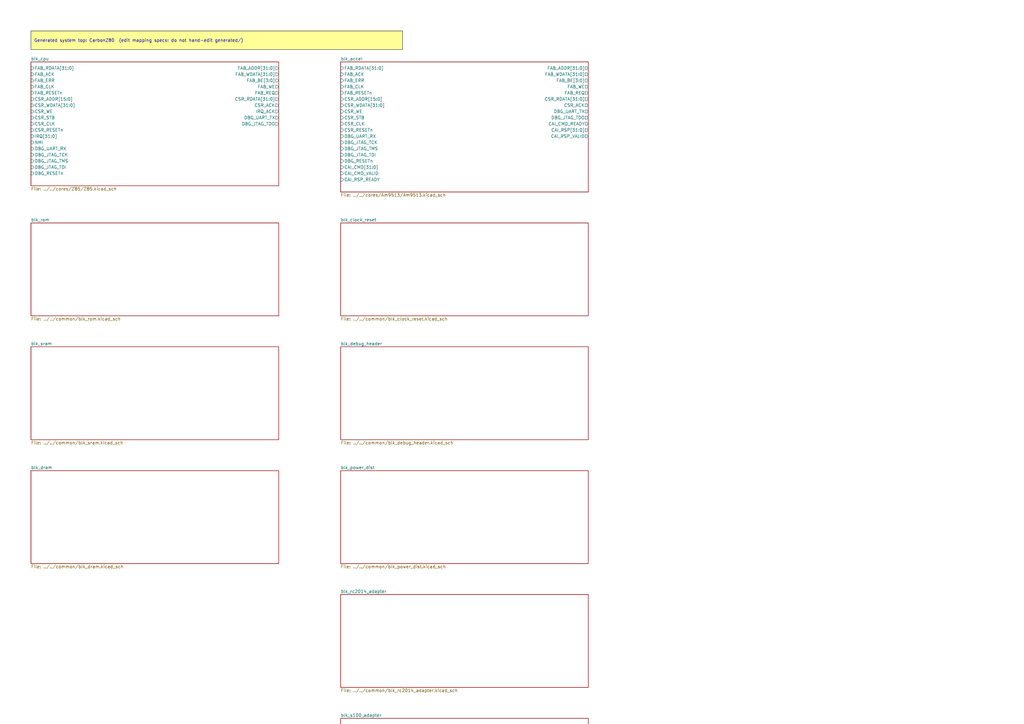
<source format=kicad_sch>
(kicad_sch
	(version 20250114)
	(generator "kicadgen")
	(generator_version "0.1")
	(uuid "7d80b3b1-e3f9-5046-9572-5f28809e9493")
	(paper "A3")
	(title_block
		(title "CarbonZ80 (generated)")
		(company "Project Carbon")
		(comment 1 "Generated - do not edit in generated/")
		(comment 2 "Edit in schem/kicad9/manual/ or refine mapping specs")
	)
	(lib_symbols)
	(text_box
		"Generated system top: CarbonZ80  (edit mapping specs; do not hand-edit generated/)"
		(exclude_from_sim no)
		(at
			12.7
			12.7
			0
		)
		(size 152.4 7.62)
		(margins
			1.27
			1.27
			1.27
			1.27
		)
		(stroke
			(width 0)
			(type default)
			(color
				0
				0
				0
				1
			)
		)
		(fill
			(type color)
			(color
				255
				255
				150
				1
			)
		)
		(effects
			(font
				(size 1.27 1.27)
			)
			(justify left)
		)
		(uuid "8a4b447f-3b58-53b9-8a56-42f8107f7c3f")
	)
	(sheet
		(at 12.7 25.4)
		(size 101.6 50.8)
		(exclude_from_sim no)
		(in_bom yes)
		(on_board yes)
		(dnp no)
		(stroke
			(width 0)
			(type solid)
		)
		(fill
			(color
				0
				0
				0
				0
			)
		)
		(uuid "b4023434-2f37-5ee5-9270-e9bc80b59fa9")
		(property
			"Sheetname"
			"blk_cpu"
			(at
				12.7
				24.13
				0
			)
			(effects
				(font
					(size 1.27 1.27)
				)
				(justify left)
			)
		)
		(property
			"Sheetfile"
			"../../cores/Z85/Z85.kicad_sch"
			(at
				12.7
				77.47
				0
			)
			(effects
				(font
					(size 1.27 1.27)
				)
				(justify left)
			)
		)
		(pin
			"FAB_RDATA[31:0]"
			input
			(at
				12.7
				27.94
				180
			)
			(uuid "4c2792e8-4048-5b8a-adaf-0e66e5b11c56")
			(effects
				(font
					(size 1.27 1.27)
				)
				(justify left)
			)
		)
		(pin
			"FAB_ACK"
			input
			(at
				12.7
				30.48
				180
			)
			(uuid "536eefd2-3f37-527c-84f6-24380604ba8a")
			(effects
				(font
					(size 1.27 1.27)
				)
				(justify left)
			)
		)
		(pin
			"FAB_ERR"
			input
			(at
				12.7
				33.02
				180
			)
			(uuid "539dcfab-015a-57e2-99d0-183047383dda")
			(effects
				(font
					(size 1.27 1.27)
				)
				(justify left)
			)
		)
		(pin
			"FAB_CLK"
			input
			(at
				12.7
				35.56
				180
			)
			(uuid "2c4e5108-5eb0-5320-8478-ea890572dd8f")
			(effects
				(font
					(size 1.27 1.27)
				)
				(justify left)
			)
		)
		(pin
			"FAB_RESETn"
			input
			(at
				12.7
				38.1
				180
			)
			(uuid "8f9bee0e-01fe-5113-aaa1-5082c804f1b6")
			(effects
				(font
					(size 1.27 1.27)
				)
				(justify left)
			)
		)
		(pin
			"CSR_ADDR[15:0]"
			input
			(at
				12.7
				40.64
				180
			)
			(uuid "8a01f8a5-cc8b-5da0-8687-66fff3153896")
			(effects
				(font
					(size 1.27 1.27)
				)
				(justify left)
			)
		)
		(pin
			"CSR_WDATA[31:0]"
			input
			(at
				12.7
				43.18
				180
			)
			(uuid "f2cac841-f766-52a3-83f9-06b40b4095d8")
			(effects
				(font
					(size 1.27 1.27)
				)
				(justify left)
			)
		)
		(pin
			"CSR_WE"
			input
			(at
				12.7
				45.72
				180
			)
			(uuid "8717fb1f-ed48-51f0-b981-f619f0f1bd03")
			(effects
				(font
					(size 1.27 1.27)
				)
				(justify left)
			)
		)
		(pin
			"CSR_STB"
			input
			(at
				12.7
				48.26
				180
			)
			(uuid "657e4506-fcec-5e6c-b536-3e2da49d2359")
			(effects
				(font
					(size 1.27 1.27)
				)
				(justify left)
			)
		)
		(pin
			"CSR_CLK"
			input
			(at
				12.7
				50.8
				180
			)
			(uuid "9431531e-56e0-5f2d-b4c8-c686271def37")
			(effects
				(font
					(size 1.27 1.27)
				)
				(justify left)
			)
		)
		(pin
			"CSR_RESETn"
			input
			(at
				12.7
				53.34
				180
			)
			(uuid "86e5fe7e-199e-5623-ade2-7a3c99ff0759")
			(effects
				(font
					(size 1.27 1.27)
				)
				(justify left)
			)
		)
		(pin
			"IRQ[31:0]"
			input
			(at
				12.7
				55.88
				180
			)
			(uuid "cd1804b8-2a2d-5815-abe9-87efa772eeac")
			(effects
				(font
					(size 1.27 1.27)
				)
				(justify left)
			)
		)
		(pin
			"NMI"
			input
			(at
				12.7
				58.42
				180
			)
			(uuid "ccf5f11e-2c6d-519b-ac07-b400a0a32778")
			(effects
				(font
					(size 1.27 1.27)
				)
				(justify left)
			)
		)
		(pin
			"DBG_UART_RX"
			input
			(at
				12.7
				60.96
				180
			)
			(uuid "3ec5b543-b58c-589a-b556-b365406ff19e")
			(effects
				(font
					(size 1.27 1.27)
				)
				(justify left)
			)
		)
		(pin
			"DBG_JTAG_TCK"
			input
			(at
				12.7
				63.5
				180
			)
			(uuid "00126e7c-8c46-5569-8dc6-7ac6f32ffd17")
			(effects
				(font
					(size 1.27 1.27)
				)
				(justify left)
			)
		)
		(pin
			"DBG_JTAG_TMS"
			input
			(at
				12.7
				66.04
				180
			)
			(uuid "8b5eddf2-11e2-5888-bddc-3a6779138f4a")
			(effects
				(font
					(size 1.27 1.27)
				)
				(justify left)
			)
		)
		(pin
			"DBG_JTAG_TDI"
			input
			(at
				12.7
				68.58
				180
			)
			(uuid "47b3df1a-2ef9-55ca-8da4-8c3d8d9e6973")
			(effects
				(font
					(size 1.27 1.27)
				)
				(justify left)
			)
		)
		(pin
			"DBG_RESETn"
			input
			(at
				12.7
				71.12
				180
			)
			(uuid "03b1c597-d4f6-5c9e-ad20-de9b81db1830")
			(effects
				(font
					(size 1.27 1.27)
				)
				(justify left)
			)
		)
		(pin
			"FAB_ADDR[31:0]"
			output
			(at
				114.3
				27.94
				0
			)
			(uuid "8b58e02a-6cf7-5720-82fa-00c6142ac629")
			(effects
				(font
					(size 1.27 1.27)
				)
				(justify right)
			)
		)
		(pin
			"FAB_WDATA[31:0]"
			output
			(at
				114.3
				30.48
				0
			)
			(uuid "36900fff-49f4-5818-a261-9d4d91f97675")
			(effects
				(font
					(size 1.27 1.27)
				)
				(justify right)
			)
		)
		(pin
			"FAB_BE[3:0]"
			output
			(at
				114.3
				33.02
				0
			)
			(uuid "ad39c7c1-a9b1-51fa-afbc-bf39e8a4de2e")
			(effects
				(font
					(size 1.27 1.27)
				)
				(justify right)
			)
		)
		(pin
			"FAB_WE"
			output
			(at
				114.3
				35.56
				0
			)
			(uuid "e7c6aaf1-546b-506c-b033-0c1570c7a142")
			(effects
				(font
					(size 1.27 1.27)
				)
				(justify right)
			)
		)
		(pin
			"FAB_REQ"
			output
			(at
				114.3
				38.1
				0
			)
			(uuid "094c5176-e4fb-572e-8992-02bba9955ad0")
			(effects
				(font
					(size 1.27 1.27)
				)
				(justify right)
			)
		)
		(pin
			"CSR_RDATA[31:0]"
			output
			(at
				114.3
				40.64
				0
			)
			(uuid "d3c9e54a-b1b1-5e35-ad93-f7ab87b0d7e9")
			(effects
				(font
					(size 1.27 1.27)
				)
				(justify right)
			)
		)
		(pin
			"CSR_ACK"
			output
			(at
				114.3
				43.18
				0
			)
			(uuid "83a20cd3-5486-5988-8c96-c39131c39340")
			(effects
				(font
					(size 1.27 1.27)
				)
				(justify right)
			)
		)
		(pin
			"IRQ_ACK"
			output
			(at
				114.3
				45.72
				0
			)
			(uuid "3922c49d-9653-5357-94de-820dbb81cb00")
			(effects
				(font
					(size 1.27 1.27)
				)
				(justify right)
			)
		)
		(pin
			"DBG_UART_TX"
			output
			(at
				114.3
				48.26
				0
			)
			(uuid "5361abba-598d-53d1-8cda-1531f7b78406")
			(effects
				(font
					(size 1.27 1.27)
				)
				(justify right)
			)
		)
		(pin
			"DBG_JTAG_TDO"
			output
			(at
				114.3
				50.8
				0
			)
			(uuid "58d82f0d-7b4e-5ca5-b99d-38a61ed9bfec")
			(effects
				(font
					(size 1.27 1.27)
				)
				(justify right)
			)
		)
		(instances
			(project
				"system_CarbonZ80"
				(path
					"/7d80b3b1-e3f9-5046-9572-5f28809e9493"
					(page "2")
				)
			)
		)
	)
	(sheet
		(at 139.7 25.4)
		(size 101.6 53.34)
		(exclude_from_sim no)
		(in_bom yes)
		(on_board yes)
		(dnp no)
		(stroke
			(width 0)
			(type solid)
		)
		(fill
			(color
				0
				0
				0
				0
			)
		)
		(uuid "ad76bfda-4756-57d5-b1c7-77f79d931c1a")
		(property
			"Sheetname"
			"blk_accel"
			(at
				139.7
				24.13
				0
			)
			(effects
				(font
					(size 1.27 1.27)
				)
				(justify left)
			)
		)
		(property
			"Sheetfile"
			"../../cores/Am9513/Am9513.kicad_sch"
			(at
				139.7
				80.01
				0
			)
			(effects
				(font
					(size 1.27 1.27)
				)
				(justify left)
			)
		)
		(pin
			"FAB_RDATA[31:0]"
			input
			(at
				139.7
				27.94
				180
			)
			(uuid "c7889ddd-f0ca-5c1c-b8a3-796a2867cfb5")
			(effects
				(font
					(size 1.27 1.27)
				)
				(justify left)
			)
		)
		(pin
			"FAB_ACK"
			input
			(at
				139.7
				30.48
				180
			)
			(uuid "83528130-d9b3-5d53-b7b6-205584397fda")
			(effects
				(font
					(size 1.27 1.27)
				)
				(justify left)
			)
		)
		(pin
			"FAB_ERR"
			input
			(at
				139.7
				33.02
				180
			)
			(uuid "84233c51-3ada-59d2-938e-6f1e675d6c55")
			(effects
				(font
					(size 1.27 1.27)
				)
				(justify left)
			)
		)
		(pin
			"FAB_CLK"
			input
			(at
				139.7
				35.56
				180
			)
			(uuid "c172c6c0-54fb-5eaa-8bf3-3b95c0ca7044")
			(effects
				(font
					(size 1.27 1.27)
				)
				(justify left)
			)
		)
		(pin
			"FAB_RESETn"
			input
			(at
				139.7
				38.1
				180
			)
			(uuid "4fb11c2d-e886-5e5b-a764-beddc12d41bc")
			(effects
				(font
					(size 1.27 1.27)
				)
				(justify left)
			)
		)
		(pin
			"CSR_ADDR[15:0]"
			input
			(at
				139.7
				40.64
				180
			)
			(uuid "0fa002a1-04ca-518d-988f-2598a63b67b2")
			(effects
				(font
					(size 1.27 1.27)
				)
				(justify left)
			)
		)
		(pin
			"CSR_WDATA[31:0]"
			input
			(at
				139.7
				43.18
				180
			)
			(uuid "ca765f3f-8d39-50d9-a990-260fa9073f4b")
			(effects
				(font
					(size 1.27 1.27)
				)
				(justify left)
			)
		)
		(pin
			"CSR_WE"
			input
			(at
				139.7
				45.72
				180
			)
			(uuid "ea60c4af-b57e-583e-b4f3-5fbbb190e90d")
			(effects
				(font
					(size 1.27 1.27)
				)
				(justify left)
			)
		)
		(pin
			"CSR_STB"
			input
			(at
				139.7
				48.26
				180
			)
			(uuid "e33b1d25-127a-5168-96a7-833e9a46d043")
			(effects
				(font
					(size 1.27 1.27)
				)
				(justify left)
			)
		)
		(pin
			"CSR_CLK"
			input
			(at
				139.7
				50.8
				180
			)
			(uuid "8928561f-d61b-5159-a6ce-154d39c3bbda")
			(effects
				(font
					(size 1.27 1.27)
				)
				(justify left)
			)
		)
		(pin
			"CSR_RESETn"
			input
			(at
				139.7
				53.34
				180
			)
			(uuid "359d08f6-1a56-5ca5-8c9e-982692087d43")
			(effects
				(font
					(size 1.27 1.27)
				)
				(justify left)
			)
		)
		(pin
			"DBG_UART_RX"
			input
			(at
				139.7
				55.88
				180
			)
			(uuid "d21272eb-d49b-5d5f-9264-e287368f05c4")
			(effects
				(font
					(size 1.27 1.27)
				)
				(justify left)
			)
		)
		(pin
			"DBG_JTAG_TCK"
			input
			(at
				139.7
				58.42
				180
			)
			(uuid "089a1584-f6b7-5224-9979-5ab257faddcd")
			(effects
				(font
					(size 1.27 1.27)
				)
				(justify left)
			)
		)
		(pin
			"DBG_JTAG_TMS"
			input
			(at
				139.7
				60.96
				180
			)
			(uuid "d6580e1c-0da0-5c84-b4e7-79811293d561")
			(effects
				(font
					(size 1.27 1.27)
				)
				(justify left)
			)
		)
		(pin
			"DBG_JTAG_TDI"
			input
			(at
				139.7
				63.5
				180
			)
			(uuid "a87c6ff5-9a3e-5842-b173-9c0703c9eccc")
			(effects
				(font
					(size 1.27 1.27)
				)
				(justify left)
			)
		)
		(pin
			"DBG_RESETn"
			input
			(at
				139.7
				66.04
				180
			)
			(uuid "df916b9e-0e85-5862-ac48-c2b0720ff440")
			(effects
				(font
					(size 1.27 1.27)
				)
				(justify left)
			)
		)
		(pin
			"CAI_CMD[31:0]"
			input
			(at
				139.7
				68.58
				180
			)
			(uuid "4c0f87ad-404f-5c5b-88bf-fdaf0126c623")
			(effects
				(font
					(size 1.27 1.27)
				)
				(justify left)
			)
		)
		(pin
			"CAI_CMD_VALID"
			input
			(at
				139.7
				71.12
				180
			)
			(uuid "3af8092a-449c-5336-bdb4-eb6c080df960")
			(effects
				(font
					(size 1.27 1.27)
				)
				(justify left)
			)
		)
		(pin
			"CAI_RSP_READY"
			input
			(at
				139.7
				73.66
				180
			)
			(uuid "84f1d8c1-2c81-5118-92fd-f7c41c9931f8")
			(effects
				(font
					(size 1.27 1.27)
				)
				(justify left)
			)
		)
		(pin
			"FAB_ADDR[31:0]"
			output
			(at
				241.3
				27.94
				0
			)
			(uuid "42ee481c-d617-505e-a812-cf0c8e76126a")
			(effects
				(font
					(size 1.27 1.27)
				)
				(justify right)
			)
		)
		(pin
			"FAB_WDATA[31:0]"
			output
			(at
				241.3
				30.48
				0
			)
			(uuid "772ecafc-54c0-5bbb-bc18-3ee084a23ff8")
			(effects
				(font
					(size 1.27 1.27)
				)
				(justify right)
			)
		)
		(pin
			"FAB_BE[3:0]"
			output
			(at
				241.3
				33.02
				0
			)
			(uuid "6294b9fc-b9fe-5c4a-bc13-99d423864704")
			(effects
				(font
					(size 1.27 1.27)
				)
				(justify right)
			)
		)
		(pin
			"FAB_WE"
			output
			(at
				241.3
				35.56
				0
			)
			(uuid "e6254398-0496-580e-b421-7624c939d03f")
			(effects
				(font
					(size 1.27 1.27)
				)
				(justify right)
			)
		)
		(pin
			"FAB_REQ"
			output
			(at
				241.3
				38.1
				0
			)
			(uuid "ed710f7d-987f-5547-b780-dc1b8ded732b")
			(effects
				(font
					(size 1.27 1.27)
				)
				(justify right)
			)
		)
		(pin
			"CSR_RDATA[31:0]"
			output
			(at
				241.3
				40.64
				0
			)
			(uuid "360fa49f-953f-59d4-96bd-748b198e67bd")
			(effects
				(font
					(size 1.27 1.27)
				)
				(justify right)
			)
		)
		(pin
			"CSR_ACK"
			output
			(at
				241.3
				43.18
				0
			)
			(uuid "3f84ff75-022c-5632-8158-96d773a04f5a")
			(effects
				(font
					(size 1.27 1.27)
				)
				(justify right)
			)
		)
		(pin
			"DBG_UART_TX"
			output
			(at
				241.3
				45.72
				0
			)
			(uuid "c6018e16-f997-5306-ad3c-ef3adda27032")
			(effects
				(font
					(size 1.27 1.27)
				)
				(justify right)
			)
		)
		(pin
			"DBG_JTAG_TDO"
			output
			(at
				241.3
				48.26
				0
			)
			(uuid "3d3b618a-8748-5933-9128-57074e0aedc6")
			(effects
				(font
					(size 1.27 1.27)
				)
				(justify right)
			)
		)
		(pin
			"CAI_CMD_READY"
			output
			(at
				241.3
				50.8
				0
			)
			(uuid "c710586a-da67-5425-b10b-ae9d796bb66e")
			(effects
				(font
					(size 1.27 1.27)
				)
				(justify right)
			)
		)
		(pin
			"CAI_RSP[31:0]"
			output
			(at
				241.3
				53.34
				0
			)
			(uuid "e6043440-a9e7-503c-a124-1fed05c211f1")
			(effects
				(font
					(size 1.27 1.27)
				)
				(justify right)
			)
		)
		(pin
			"CAI_RSP_VALID"
			output
			(at
				241.3
				55.88
				0
			)
			(uuid "e08accdf-bf4c-5639-ab0f-6b09da97ba13")
			(effects
				(font
					(size 1.27 1.27)
				)
				(justify right)
			)
		)
		(instances
			(project
				"system_CarbonZ80"
				(path
					"/7d80b3b1-e3f9-5046-9572-5f28809e9493"
					(page "3")
				)
			)
		)
	)
	(sheet
		(at 12.7 91.44)
		(size 101.6 38.1)
		(exclude_from_sim no)
		(in_bom yes)
		(on_board yes)
		(dnp no)
		(stroke
			(width 0)
			(type solid)
		)
		(fill
			(color
				0
				0
				0
				0
			)
		)
		(uuid "a1d5ad2c-33aa-55eb-bbdd-5937a54f6274")
		(property
			"Sheetname"
			"blk_rom"
			(at
				12.7
				90.17
				0
			)
			(effects
				(font
					(size 1.27 1.27)
				)
				(justify left)
			)
		)
		(property
			"Sheetfile"
			"../../common/blk_rom.kicad_sch"
			(at
				12.7
				130.81
				0
			)
			(effects
				(font
					(size 1.27 1.27)
				)
				(justify left)
			)
		)
		(instances
			(project
				"system_CarbonZ80"
				(path
					"/7d80b3b1-e3f9-5046-9572-5f28809e9493"
					(page "4")
				)
			)
		)
	)
	(sheet
		(at 12.7 142.24)
		(size 101.6 38.1)
		(exclude_from_sim no)
		(in_bom yes)
		(on_board yes)
		(dnp no)
		(stroke
			(width 0)
			(type solid)
		)
		(fill
			(color
				0
				0
				0
				0
			)
		)
		(uuid "6c4097a6-bc44-57ec-ae11-c7ee8d23186b")
		(property
			"Sheetname"
			"blk_sram"
			(at
				12.7
				140.97
				0
			)
			(effects
				(font
					(size 1.27 1.27)
				)
				(justify left)
			)
		)
		(property
			"Sheetfile"
			"../../common/blk_sram.kicad_sch"
			(at
				12.7
				181.61
				0
			)
			(effects
				(font
					(size 1.27 1.27)
				)
				(justify left)
			)
		)
		(instances
			(project
				"system_CarbonZ80"
				(path
					"/7d80b3b1-e3f9-5046-9572-5f28809e9493"
					(page "5")
				)
			)
		)
	)
	(sheet
		(at 12.7 193.04)
		(size 101.6 38.1)
		(exclude_from_sim no)
		(in_bom yes)
		(on_board yes)
		(dnp no)
		(stroke
			(width 0)
			(type solid)
		)
		(fill
			(color
				0
				0
				0
				0
			)
		)
		(uuid "9dba332e-7abb-5758-b42c-92915d579b2e")
		(property
			"Sheetname"
			"blk_dram"
			(at
				12.7
				191.77
				0
			)
			(effects
				(font
					(size 1.27 1.27)
				)
				(justify left)
			)
		)
		(property
			"Sheetfile"
			"../../common/blk_dram.kicad_sch"
			(at
				12.7
				232.41
				0
			)
			(effects
				(font
					(size 1.27 1.27)
				)
				(justify left)
			)
		)
		(instances
			(project
				"system_CarbonZ80"
				(path
					"/7d80b3b1-e3f9-5046-9572-5f28809e9493"
					(page "6")
				)
			)
		)
	)
	(sheet
		(at 139.7 91.44)
		(size 101.6 38.1)
		(exclude_from_sim no)
		(in_bom yes)
		(on_board yes)
		(dnp no)
		(stroke
			(width 0)
			(type solid)
		)
		(fill
			(color
				0
				0
				0
				0
			)
		)
		(uuid "d8e618f6-ddd2-5c20-99c2-f47d37f967fe")
		(property
			"Sheetname"
			"blk_clock_reset"
			(at
				139.7
				90.17
				0
			)
			(effects
				(font
					(size 1.27 1.27)
				)
				(justify left)
			)
		)
		(property
			"Sheetfile"
			"../../common/blk_clock_reset.kicad_sch"
			(at
				139.7
				130.81
				0
			)
			(effects
				(font
					(size 1.27 1.27)
				)
				(justify left)
			)
		)
		(instances
			(project
				"system_CarbonZ80"
				(path
					"/7d80b3b1-e3f9-5046-9572-5f28809e9493"
					(page "7")
				)
			)
		)
	)
	(sheet
		(at 139.7 142.24)
		(size 101.6 38.1)
		(exclude_from_sim no)
		(in_bom yes)
		(on_board yes)
		(dnp no)
		(stroke
			(width 0)
			(type solid)
		)
		(fill
			(color
				0
				0
				0
				0
			)
		)
		(uuid "239568b0-1c16-5d05-9f3c-77120dff9afe")
		(property
			"Sheetname"
			"blk_debug_header"
			(at
				139.7
				140.97
				0
			)
			(effects
				(font
					(size 1.27 1.27)
				)
				(justify left)
			)
		)
		(property
			"Sheetfile"
			"../../common/blk_debug_header.kicad_sch"
			(at
				139.7
				181.61
				0
			)
			(effects
				(font
					(size 1.27 1.27)
				)
				(justify left)
			)
		)
		(instances
			(project
				"system_CarbonZ80"
				(path
					"/7d80b3b1-e3f9-5046-9572-5f28809e9493"
					(page "8")
				)
			)
		)
	)
	(sheet
		(at 139.7 193.04)
		(size 101.6 38.1)
		(exclude_from_sim no)
		(in_bom yes)
		(on_board yes)
		(dnp no)
		(stroke
			(width 0)
			(type solid)
		)
		(fill
			(color
				0
				0
				0
				0
			)
		)
		(uuid "317bf182-44ba-56d7-af39-c90940fba6aa")
		(property
			"Sheetname"
			"blk_power_dist"
			(at
				139.7
				191.77
				0
			)
			(effects
				(font
					(size 1.27 1.27)
				)
				(justify left)
			)
		)
		(property
			"Sheetfile"
			"../../common/blk_power_dist.kicad_sch"
			(at
				139.7
				232.41
				0
			)
			(effects
				(font
					(size 1.27 1.27)
				)
				(justify left)
			)
		)
		(instances
			(project
				"system_CarbonZ80"
				(path
					"/7d80b3b1-e3f9-5046-9572-5f28809e9493"
					(page "9")
				)
			)
		)
	)
	(sheet
		(at 139.7 243.84)
		(size 101.6 38.1)
		(exclude_from_sim no)
		(in_bom yes)
		(on_board yes)
		(dnp no)
		(stroke
			(width 0)
			(type solid)
		)
		(fill
			(color
				0
				0
				0
				0
			)
		)
		(uuid "01d99dd7-f98d-5880-a9ef-b7cb94378b11")
		(property
			"Sheetname"
			"blk_rc2014_adapter"
			(at
				139.7
				242.57
				0
			)
			(effects
				(font
					(size 1.27 1.27)
				)
				(justify left)
			)
		)
		(property
			"Sheetfile"
			"../../common/blk_rc2014_adapter.kicad_sch"
			(at
				139.7
				283.21
				0
			)
			(effects
				(font
					(size 1.27 1.27)
				)
				(justify left)
			)
		)
		(instances
			(project
				"system_CarbonZ80"
				(path
					"/7d80b3b1-e3f9-5046-9572-5f28809e9493"
					(page "10")
				)
			)
		)
	)
	(sheet
		(at 139.7 294.64)
		(size 101.6 38.1)
		(exclude_from_sim no)
		(in_bom yes)
		(on_board yes)
		(dnp no)
		(stroke
			(width 0)
			(type solid)
		)
		(fill
			(color
				0
				0
				0
				0
			)
		)
		(uuid "8d54a33d-b14f-5f50-a00a-ba1ff276c121")
		(property
			"Sheetname"
			"blk_s100_adapter"
			(at
				139.7
				293.37
				0
			)
			(effects
				(font
					(size 1.27 1.27)
				)
				(justify left)
			)
		)
		(property
			"Sheetfile"
			"../../common/blk_s100_adapter.kicad_sch"
			(at
				139.7
				334.01
				0
			)
			(effects
				(font
					(size 1.27 1.27)
				)
				(justify left)
			)
		)
		(instances
			(project
				"system_CarbonZ80"
				(path
					"/7d80b3b1-e3f9-5046-9572-5f28809e9493"
					(page "11")
				)
			)
		)
	)
	(sheet_instances
		(path
			"/"
			(page "1")
		)
	)
	(embedded_fonts no)
)

</source>
